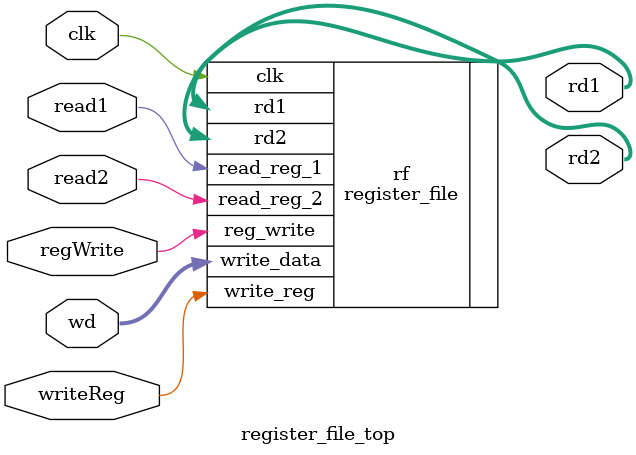
<source format=v>
`timescale 1ns / 1ps
`include "divide.v"
`include "register_file.v"

module register_file_top(
    input clk,
    input read1,
    input read2,
    input writeReg,
    input regWrite,
    input [0:1] wd ,
    output [0:1] rd1,
    output [0:1] rd2
    );


register_file 
#(
    .regNum(2),
    .regSize(2)
) rf
(
    .clk(clk),
    .read_reg_1(read1),
    .read_reg_2(read2),
    .write_reg(writeReg),
    .reg_write(regWrite),
    .write_data(wd),
    .rd1(rd1),
    .rd2(rd2)
);

endmodule
</source>
